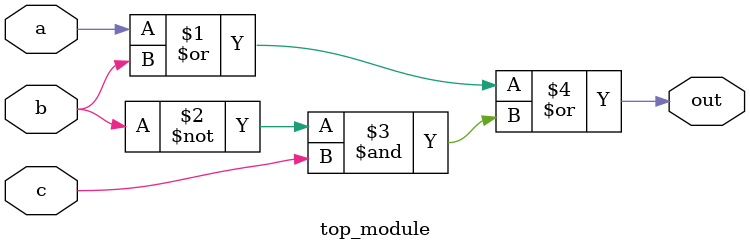
<source format=v>
module top_module(
    input a,
    input b,
    input c,
    output out  ); 
   
    assign out = a|b|(~b&c);

endmodule

</source>
